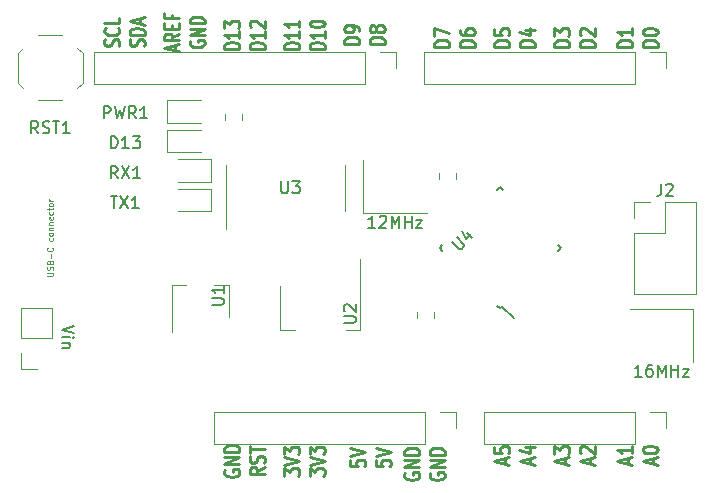
<source format=gbr>
%TF.GenerationSoftware,KiCad,Pcbnew,(5.1.2-1)-1*%
%TF.CreationDate,2020-01-20T17:34:23-08:00*%
%TF.ProjectId,Uno rev1.1,556e6f20-7265-4763-912e-312e6b696361,rev?*%
%TF.SameCoordinates,Original*%
%TF.FileFunction,Legend,Top*%
%TF.FilePolarity,Positive*%
%FSLAX46Y46*%
G04 Gerber Fmt 4.6, Leading zero omitted, Abs format (unit mm)*
G04 Created by KiCad (PCBNEW (5.1.2-1)-1) date 2020-01-20 17:34:23*
%MOMM*%
%LPD*%
G04 APERTURE LIST*
%ADD10C,0.125000*%
%ADD11C,0.228600*%
%ADD12C,0.120000*%
%ADD13C,0.150000*%
G04 APERTURE END LIST*
D10*
X14976190Y-167476190D02*
X15380952Y-167476190D01*
X15428571Y-167452380D01*
X15452380Y-167428571D01*
X15476190Y-167380952D01*
X15476190Y-167285714D01*
X15452380Y-167238095D01*
X15428571Y-167214285D01*
X15380952Y-167190476D01*
X14976190Y-167190476D01*
X15452380Y-166976190D02*
X15476190Y-166904761D01*
X15476190Y-166785714D01*
X15452380Y-166738095D01*
X15428571Y-166714285D01*
X15380952Y-166690476D01*
X15333333Y-166690476D01*
X15285714Y-166714285D01*
X15261904Y-166738095D01*
X15238095Y-166785714D01*
X15214285Y-166880952D01*
X15190476Y-166928571D01*
X15166666Y-166952380D01*
X15119047Y-166976190D01*
X15071428Y-166976190D01*
X15023809Y-166952380D01*
X15000000Y-166928571D01*
X14976190Y-166880952D01*
X14976190Y-166761904D01*
X15000000Y-166690476D01*
X15214285Y-166309523D02*
X15238095Y-166238095D01*
X15261904Y-166214285D01*
X15309523Y-166190476D01*
X15380952Y-166190476D01*
X15428571Y-166214285D01*
X15452380Y-166238095D01*
X15476190Y-166285714D01*
X15476190Y-166476190D01*
X14976190Y-166476190D01*
X14976190Y-166309523D01*
X15000000Y-166261904D01*
X15023809Y-166238095D01*
X15071428Y-166214285D01*
X15119047Y-166214285D01*
X15166666Y-166238095D01*
X15190476Y-166261904D01*
X15214285Y-166309523D01*
X15214285Y-166476190D01*
X15285714Y-165976190D02*
X15285714Y-165595238D01*
X15428571Y-165071428D02*
X15452380Y-165095238D01*
X15476190Y-165166666D01*
X15476190Y-165214285D01*
X15452380Y-165285714D01*
X15404761Y-165333333D01*
X15357142Y-165357142D01*
X15261904Y-165380952D01*
X15190476Y-165380952D01*
X15095238Y-165357142D01*
X15047619Y-165333333D01*
X15000000Y-165285714D01*
X14976190Y-165214285D01*
X14976190Y-165166666D01*
X15000000Y-165095238D01*
X15023809Y-165071428D01*
X15452380Y-164261904D02*
X15476190Y-164309523D01*
X15476190Y-164404761D01*
X15452380Y-164452380D01*
X15428571Y-164476190D01*
X15380952Y-164500000D01*
X15238095Y-164500000D01*
X15190476Y-164476190D01*
X15166666Y-164452380D01*
X15142857Y-164404761D01*
X15142857Y-164309523D01*
X15166666Y-164261904D01*
X15476190Y-163976190D02*
X15452380Y-164023809D01*
X15428571Y-164047619D01*
X15380952Y-164071428D01*
X15238095Y-164071428D01*
X15190476Y-164047619D01*
X15166666Y-164023809D01*
X15142857Y-163976190D01*
X15142857Y-163904761D01*
X15166666Y-163857142D01*
X15190476Y-163833333D01*
X15238095Y-163809523D01*
X15380952Y-163809523D01*
X15428571Y-163833333D01*
X15452380Y-163857142D01*
X15476190Y-163904761D01*
X15476190Y-163976190D01*
X15142857Y-163595238D02*
X15476190Y-163595238D01*
X15190476Y-163595238D02*
X15166666Y-163571428D01*
X15142857Y-163523809D01*
X15142857Y-163452380D01*
X15166666Y-163404761D01*
X15214285Y-163380952D01*
X15476190Y-163380952D01*
X15142857Y-163142857D02*
X15476190Y-163142857D01*
X15190476Y-163142857D02*
X15166666Y-163119047D01*
X15142857Y-163071428D01*
X15142857Y-163000000D01*
X15166666Y-162952380D01*
X15214285Y-162928571D01*
X15476190Y-162928571D01*
X15452380Y-162500000D02*
X15476190Y-162547619D01*
X15476190Y-162642857D01*
X15452380Y-162690476D01*
X15404761Y-162714285D01*
X15214285Y-162714285D01*
X15166666Y-162690476D01*
X15142857Y-162642857D01*
X15142857Y-162547619D01*
X15166666Y-162500000D01*
X15214285Y-162476190D01*
X15261904Y-162476190D01*
X15309523Y-162714285D01*
X15452380Y-162047619D02*
X15476190Y-162095238D01*
X15476190Y-162190476D01*
X15452380Y-162238095D01*
X15428571Y-162261904D01*
X15380952Y-162285714D01*
X15238095Y-162285714D01*
X15190476Y-162261904D01*
X15166666Y-162238095D01*
X15142857Y-162190476D01*
X15142857Y-162095238D01*
X15166666Y-162047619D01*
X15142857Y-161904761D02*
X15142857Y-161714285D01*
X14976190Y-161833333D02*
X15404761Y-161833333D01*
X15452380Y-161809523D01*
X15476190Y-161761904D01*
X15476190Y-161714285D01*
X15476190Y-161476190D02*
X15452380Y-161523809D01*
X15428571Y-161547619D01*
X15380952Y-161571428D01*
X15238095Y-161571428D01*
X15190476Y-161547619D01*
X15166666Y-161523809D01*
X15142857Y-161476190D01*
X15142857Y-161404761D01*
X15166666Y-161357142D01*
X15190476Y-161333333D01*
X15238095Y-161309523D01*
X15380952Y-161309523D01*
X15428571Y-161333333D01*
X15452380Y-161357142D01*
X15476190Y-161404761D01*
X15476190Y-161476190D01*
X15476190Y-161095238D02*
X15142857Y-161095238D01*
X15238095Y-161095238D02*
X15190476Y-161071428D01*
X15166666Y-161047619D01*
X15142857Y-161000000D01*
X15142857Y-160952380D01*
D11*
X25814866Y-148374704D02*
X25814866Y-147915085D01*
X26177723Y-148466628D02*
X24907723Y-148144895D01*
X26177723Y-147823161D01*
X26177723Y-146949885D02*
X25572961Y-147271619D01*
X26177723Y-147501428D02*
X24907723Y-147501428D01*
X24907723Y-147133733D01*
X24968200Y-147041809D01*
X25028676Y-146995847D01*
X25149628Y-146949885D01*
X25331057Y-146949885D01*
X25452009Y-146995847D01*
X25512485Y-147041809D01*
X25572961Y-147133733D01*
X25572961Y-147501428D01*
X25512485Y-146536228D02*
X25512485Y-146214495D01*
X26177723Y-146076609D02*
X26177723Y-146536228D01*
X24907723Y-146536228D01*
X24907723Y-146076609D01*
X25512485Y-145341219D02*
X25512485Y-145662952D01*
X26177723Y-145662952D02*
X24907723Y-145662952D01*
X24907723Y-145203333D01*
X27101800Y-147547390D02*
X27041323Y-147639314D01*
X27041323Y-147777200D01*
X27101800Y-147915085D01*
X27222752Y-148007009D01*
X27343704Y-148052971D01*
X27585609Y-148098933D01*
X27767038Y-148098933D01*
X28008942Y-148052971D01*
X28129895Y-148007009D01*
X28250847Y-147915085D01*
X28311323Y-147777200D01*
X28311323Y-147685276D01*
X28250847Y-147547390D01*
X28190371Y-147501428D01*
X27767038Y-147501428D01*
X27767038Y-147685276D01*
X28311323Y-147087771D02*
X27041323Y-147087771D01*
X28311323Y-146536228D01*
X27041323Y-146536228D01*
X28311323Y-146076609D02*
X27041323Y-146076609D01*
X27041323Y-145846800D01*
X27101800Y-145708914D01*
X27222752Y-145616990D01*
X27343704Y-145571028D01*
X27585609Y-145525066D01*
X27767038Y-145525066D01*
X28008942Y-145571028D01*
X28129895Y-145616990D01*
X28250847Y-145708914D01*
X28311323Y-145846800D01*
X28311323Y-146076609D01*
X21037247Y-148003562D02*
X21097723Y-147865676D01*
X21097723Y-147635867D01*
X21037247Y-147543943D01*
X20976771Y-147497981D01*
X20855819Y-147452019D01*
X20734866Y-147452019D01*
X20613914Y-147497981D01*
X20553438Y-147543943D01*
X20492961Y-147635867D01*
X20432485Y-147819714D01*
X20372009Y-147911638D01*
X20311533Y-147957600D01*
X20190580Y-148003562D01*
X20069628Y-148003562D01*
X19948676Y-147957600D01*
X19888200Y-147911638D01*
X19827723Y-147819714D01*
X19827723Y-147589905D01*
X19888200Y-147452019D01*
X20976771Y-146486819D02*
X21037247Y-146532781D01*
X21097723Y-146670667D01*
X21097723Y-146762590D01*
X21037247Y-146900476D01*
X20916295Y-146992400D01*
X20795342Y-147038362D01*
X20553438Y-147084324D01*
X20372009Y-147084324D01*
X20130104Y-147038362D01*
X20009152Y-146992400D01*
X19888200Y-146900476D01*
X19827723Y-146762590D01*
X19827723Y-146670667D01*
X19888200Y-146532781D01*
X19948676Y-146486819D01*
X21097723Y-145613543D02*
X21097723Y-146073162D01*
X19827723Y-146073162D01*
X23170847Y-148003562D02*
X23231323Y-147865676D01*
X23231323Y-147635867D01*
X23170847Y-147543943D01*
X23110371Y-147497981D01*
X22989419Y-147452019D01*
X22868466Y-147452019D01*
X22747514Y-147497981D01*
X22687038Y-147543943D01*
X22626561Y-147635867D01*
X22566085Y-147819714D01*
X22505609Y-147911638D01*
X22445133Y-147957600D01*
X22324180Y-148003562D01*
X22203228Y-148003562D01*
X22082276Y-147957600D01*
X22021800Y-147911638D01*
X21961323Y-147819714D01*
X21961323Y-147589905D01*
X22021800Y-147452019D01*
X23231323Y-147038362D02*
X21961323Y-147038362D01*
X21961323Y-146808552D01*
X22021800Y-146670667D01*
X22142752Y-146578743D01*
X22263704Y-146532781D01*
X22505609Y-146486819D01*
X22687038Y-146486819D01*
X22928942Y-146532781D01*
X23049895Y-146578743D01*
X23170847Y-146670667D01*
X23231323Y-146808552D01*
X23231323Y-147038362D01*
X22868466Y-146119124D02*
X22868466Y-145659505D01*
X23231323Y-146211048D02*
X21961323Y-145889314D01*
X23231323Y-145567581D01*
X49037723Y-148069904D02*
X47767723Y-148069904D01*
X47767723Y-147828000D01*
X47828200Y-147682857D01*
X47949152Y-147586095D01*
X48070104Y-147537714D01*
X48312009Y-147489333D01*
X48493438Y-147489333D01*
X48735342Y-147537714D01*
X48856295Y-147586095D01*
X48977247Y-147682857D01*
X49037723Y-147828000D01*
X49037723Y-148069904D01*
X47767723Y-147150666D02*
X47767723Y-146473333D01*
X49037723Y-146908761D01*
X51171323Y-148069904D02*
X49901323Y-148069904D01*
X49901323Y-147828000D01*
X49961800Y-147682857D01*
X50082752Y-147586095D01*
X50203704Y-147537714D01*
X50445609Y-147489333D01*
X50627038Y-147489333D01*
X50868942Y-147537714D01*
X50989895Y-147586095D01*
X51110847Y-147682857D01*
X51171323Y-147828000D01*
X51171323Y-148069904D01*
X49901323Y-146618476D02*
X49901323Y-146812000D01*
X49961800Y-146908761D01*
X50022276Y-146957142D01*
X50203704Y-147053904D01*
X50445609Y-147102285D01*
X50929419Y-147102285D01*
X51050371Y-147053904D01*
X51110847Y-147005523D01*
X51171323Y-146908761D01*
X51171323Y-146715238D01*
X51110847Y-146618476D01*
X51050371Y-146570095D01*
X50929419Y-146521714D01*
X50627038Y-146521714D01*
X50506085Y-146570095D01*
X50445609Y-146618476D01*
X50385133Y-146715238D01*
X50385133Y-146908761D01*
X50445609Y-147005523D01*
X50506085Y-147053904D01*
X50627038Y-147102285D01*
X31257723Y-148238028D02*
X29987723Y-148238028D01*
X29987723Y-148008219D01*
X30048200Y-147870333D01*
X30169152Y-147778409D01*
X30290104Y-147732447D01*
X30532009Y-147686485D01*
X30713438Y-147686485D01*
X30955342Y-147732447D01*
X31076295Y-147778409D01*
X31197247Y-147870333D01*
X31257723Y-148008219D01*
X31257723Y-148238028D01*
X31257723Y-146767247D02*
X31257723Y-147318790D01*
X31257723Y-147043019D02*
X29987723Y-147043019D01*
X30169152Y-147134942D01*
X30290104Y-147226866D01*
X30350580Y-147318790D01*
X29987723Y-146445514D02*
X29987723Y-145848009D01*
X30471533Y-146169742D01*
X30471533Y-146031857D01*
X30532009Y-145939933D01*
X30592485Y-145893971D01*
X30713438Y-145848009D01*
X31015819Y-145848009D01*
X31136771Y-145893971D01*
X31197247Y-145939933D01*
X31257723Y-146031857D01*
X31257723Y-146307628D01*
X31197247Y-146399552D01*
X31136771Y-146445514D01*
X33391323Y-148238028D02*
X32121323Y-148238028D01*
X32121323Y-148008219D01*
X32181800Y-147870333D01*
X32302752Y-147778409D01*
X32423704Y-147732447D01*
X32665609Y-147686485D01*
X32847038Y-147686485D01*
X33088942Y-147732447D01*
X33209895Y-147778409D01*
X33330847Y-147870333D01*
X33391323Y-148008219D01*
X33391323Y-148238028D01*
X33391323Y-146767247D02*
X33391323Y-147318790D01*
X33391323Y-147043019D02*
X32121323Y-147043019D01*
X32302752Y-147134942D01*
X32423704Y-147226866D01*
X32484180Y-147318790D01*
X32242276Y-146399552D02*
X32181800Y-146353590D01*
X32121323Y-146261666D01*
X32121323Y-146031857D01*
X32181800Y-145939933D01*
X32242276Y-145893971D01*
X32363228Y-145848009D01*
X32484180Y-145848009D01*
X32665609Y-145893971D01*
X33391323Y-146445514D01*
X33391323Y-145848009D01*
X36337723Y-148238028D02*
X35067723Y-148238028D01*
X35067723Y-148008219D01*
X35128200Y-147870333D01*
X35249152Y-147778409D01*
X35370104Y-147732447D01*
X35612009Y-147686485D01*
X35793438Y-147686485D01*
X36035342Y-147732447D01*
X36156295Y-147778409D01*
X36277247Y-147870333D01*
X36337723Y-148008219D01*
X36337723Y-148238028D01*
X36337723Y-146767247D02*
X36337723Y-147318790D01*
X36337723Y-147043019D02*
X35067723Y-147043019D01*
X35249152Y-147134942D01*
X35370104Y-147226866D01*
X35430580Y-147318790D01*
X36337723Y-145848009D02*
X36337723Y-146399552D01*
X36337723Y-146123780D02*
X35067723Y-146123780D01*
X35249152Y-146215704D01*
X35370104Y-146307628D01*
X35430580Y-146399552D01*
X38471323Y-148238028D02*
X37201323Y-148238028D01*
X37201323Y-148008219D01*
X37261800Y-147870333D01*
X37382752Y-147778409D01*
X37503704Y-147732447D01*
X37745609Y-147686485D01*
X37927038Y-147686485D01*
X38168942Y-147732447D01*
X38289895Y-147778409D01*
X38410847Y-147870333D01*
X38471323Y-148008219D01*
X38471323Y-148238028D01*
X38471323Y-146767247D02*
X38471323Y-147318790D01*
X38471323Y-147043019D02*
X37201323Y-147043019D01*
X37382752Y-147134942D01*
X37503704Y-147226866D01*
X37564180Y-147318790D01*
X37201323Y-146169742D02*
X37201323Y-146077819D01*
X37261800Y-145985895D01*
X37322276Y-145939933D01*
X37443228Y-145893971D01*
X37685133Y-145848009D01*
X37987514Y-145848009D01*
X38229419Y-145893971D01*
X38350371Y-145939933D01*
X38410847Y-145985895D01*
X38471323Y-146077819D01*
X38471323Y-146169742D01*
X38410847Y-146261666D01*
X38350371Y-146307628D01*
X38229419Y-146353590D01*
X37987514Y-146399552D01*
X37685133Y-146399552D01*
X37443228Y-146353590D01*
X37322276Y-146307628D01*
X37261800Y-146261666D01*
X37201323Y-146169742D01*
X41417723Y-147815904D02*
X40147723Y-147815904D01*
X40147723Y-147574000D01*
X40208200Y-147428857D01*
X40329152Y-147332095D01*
X40450104Y-147283714D01*
X40692009Y-147235333D01*
X40873438Y-147235333D01*
X41115342Y-147283714D01*
X41236295Y-147332095D01*
X41357247Y-147428857D01*
X41417723Y-147574000D01*
X41417723Y-147815904D01*
X41417723Y-146751523D02*
X41417723Y-146558000D01*
X41357247Y-146461238D01*
X41296771Y-146412857D01*
X41115342Y-146316095D01*
X40873438Y-146267714D01*
X40389628Y-146267714D01*
X40268676Y-146316095D01*
X40208200Y-146364476D01*
X40147723Y-146461238D01*
X40147723Y-146654761D01*
X40208200Y-146751523D01*
X40268676Y-146799904D01*
X40389628Y-146848285D01*
X40692009Y-146848285D01*
X40812961Y-146799904D01*
X40873438Y-146751523D01*
X40933914Y-146654761D01*
X40933914Y-146461238D01*
X40873438Y-146364476D01*
X40812961Y-146316095D01*
X40692009Y-146267714D01*
X43551323Y-147815904D02*
X42281323Y-147815904D01*
X42281323Y-147574000D01*
X42341800Y-147428857D01*
X42462752Y-147332095D01*
X42583704Y-147283714D01*
X42825609Y-147235333D01*
X43007038Y-147235333D01*
X43248942Y-147283714D01*
X43369895Y-147332095D01*
X43490847Y-147428857D01*
X43551323Y-147574000D01*
X43551323Y-147815904D01*
X42825609Y-146654761D02*
X42765133Y-146751523D01*
X42704657Y-146799904D01*
X42583704Y-146848285D01*
X42523228Y-146848285D01*
X42402276Y-146799904D01*
X42341800Y-146751523D01*
X42281323Y-146654761D01*
X42281323Y-146461238D01*
X42341800Y-146364476D01*
X42402276Y-146316095D01*
X42523228Y-146267714D01*
X42583704Y-146267714D01*
X42704657Y-146316095D01*
X42765133Y-146364476D01*
X42825609Y-146461238D01*
X42825609Y-146654761D01*
X42886085Y-146751523D01*
X42946561Y-146799904D01*
X43067514Y-146848285D01*
X43309419Y-146848285D01*
X43430371Y-146799904D01*
X43490847Y-146751523D01*
X43551323Y-146654761D01*
X43551323Y-146461238D01*
X43490847Y-146364476D01*
X43430371Y-146316095D01*
X43309419Y-146267714D01*
X43067514Y-146267714D01*
X42946561Y-146316095D01*
X42886085Y-146364476D01*
X42825609Y-146461238D01*
X54117723Y-148069904D02*
X52847723Y-148069904D01*
X52847723Y-147828000D01*
X52908200Y-147682857D01*
X53029152Y-147586095D01*
X53150104Y-147537714D01*
X53392009Y-147489333D01*
X53573438Y-147489333D01*
X53815342Y-147537714D01*
X53936295Y-147586095D01*
X54057247Y-147682857D01*
X54117723Y-147828000D01*
X54117723Y-148069904D01*
X52847723Y-146570095D02*
X52847723Y-147053904D01*
X53452485Y-147102285D01*
X53392009Y-147053904D01*
X53331533Y-146957142D01*
X53331533Y-146715238D01*
X53392009Y-146618476D01*
X53452485Y-146570095D01*
X53573438Y-146521714D01*
X53875819Y-146521714D01*
X53996771Y-146570095D01*
X54057247Y-146618476D01*
X54117723Y-146715238D01*
X54117723Y-146957142D01*
X54057247Y-147053904D01*
X53996771Y-147102285D01*
X56251323Y-148069904D02*
X54981323Y-148069904D01*
X54981323Y-147828000D01*
X55041800Y-147682857D01*
X55162752Y-147586095D01*
X55283704Y-147537714D01*
X55525609Y-147489333D01*
X55707038Y-147489333D01*
X55948942Y-147537714D01*
X56069895Y-147586095D01*
X56190847Y-147682857D01*
X56251323Y-147828000D01*
X56251323Y-148069904D01*
X55404657Y-146618476D02*
X56251323Y-146618476D01*
X54920847Y-146860380D02*
X55827990Y-147102285D01*
X55827990Y-146473333D01*
X59197723Y-148069904D02*
X57927723Y-148069904D01*
X57927723Y-147828000D01*
X57988200Y-147682857D01*
X58109152Y-147586095D01*
X58230104Y-147537714D01*
X58472009Y-147489333D01*
X58653438Y-147489333D01*
X58895342Y-147537714D01*
X59016295Y-147586095D01*
X59137247Y-147682857D01*
X59197723Y-147828000D01*
X59197723Y-148069904D01*
X57927723Y-147150666D02*
X57927723Y-146521714D01*
X58411533Y-146860380D01*
X58411533Y-146715238D01*
X58472009Y-146618476D01*
X58532485Y-146570095D01*
X58653438Y-146521714D01*
X58955819Y-146521714D01*
X59076771Y-146570095D01*
X59137247Y-146618476D01*
X59197723Y-146715238D01*
X59197723Y-147005523D01*
X59137247Y-147102285D01*
X59076771Y-147150666D01*
X61331323Y-148069904D02*
X60061323Y-148069904D01*
X60061323Y-147828000D01*
X60121800Y-147682857D01*
X60242752Y-147586095D01*
X60363704Y-147537714D01*
X60605609Y-147489333D01*
X60787038Y-147489333D01*
X61028942Y-147537714D01*
X61149895Y-147586095D01*
X61270847Y-147682857D01*
X61331323Y-147828000D01*
X61331323Y-148069904D01*
X60182276Y-147102285D02*
X60121800Y-147053904D01*
X60061323Y-146957142D01*
X60061323Y-146715238D01*
X60121800Y-146618476D01*
X60182276Y-146570095D01*
X60303228Y-146521714D01*
X60424180Y-146521714D01*
X60605609Y-146570095D01*
X61331323Y-147150666D01*
X61331323Y-146521714D01*
X64531723Y-148069904D02*
X63261723Y-148069904D01*
X63261723Y-147828000D01*
X63322200Y-147682857D01*
X63443152Y-147586095D01*
X63564104Y-147537714D01*
X63806009Y-147489333D01*
X63987438Y-147489333D01*
X64229342Y-147537714D01*
X64350295Y-147586095D01*
X64471247Y-147682857D01*
X64531723Y-147828000D01*
X64531723Y-148069904D01*
X64531723Y-146521714D02*
X64531723Y-147102285D01*
X64531723Y-146812000D02*
X63261723Y-146812000D01*
X63443152Y-146908761D01*
X63564104Y-147005523D01*
X63624580Y-147102285D01*
X66665323Y-148069904D02*
X65395323Y-148069904D01*
X65395323Y-147828000D01*
X65455800Y-147682857D01*
X65576752Y-147586095D01*
X65697704Y-147537714D01*
X65939609Y-147489333D01*
X66121038Y-147489333D01*
X66362942Y-147537714D01*
X66483895Y-147586095D01*
X66604847Y-147682857D01*
X66665323Y-147828000D01*
X66665323Y-148069904D01*
X65395323Y-146860380D02*
X65395323Y-146763619D01*
X65455800Y-146666857D01*
X65516276Y-146618476D01*
X65637228Y-146570095D01*
X65879133Y-146521714D01*
X66181514Y-146521714D01*
X66423419Y-146570095D01*
X66544371Y-146618476D01*
X66604847Y-146666857D01*
X66665323Y-146763619D01*
X66665323Y-146860380D01*
X66604847Y-146957142D01*
X66544371Y-147005523D01*
X66423419Y-147053904D01*
X66181514Y-147102285D01*
X65879133Y-147102285D01*
X65637228Y-147053904D01*
X65516276Y-147005523D01*
X65455800Y-146957142D01*
X65395323Y-146860380D01*
X53754866Y-183351714D02*
X53754866Y-182867904D01*
X54117723Y-183448476D02*
X52847723Y-183109809D01*
X54117723Y-182771142D01*
X52847723Y-181948666D02*
X52847723Y-182432476D01*
X53452485Y-182480857D01*
X53392009Y-182432476D01*
X53331533Y-182335714D01*
X53331533Y-182093809D01*
X53392009Y-181997047D01*
X53452485Y-181948666D01*
X53573438Y-181900285D01*
X53875819Y-181900285D01*
X53996771Y-181948666D01*
X54057247Y-181997047D01*
X54117723Y-182093809D01*
X54117723Y-182335714D01*
X54057247Y-182432476D01*
X53996771Y-182480857D01*
X55888466Y-183351714D02*
X55888466Y-182867904D01*
X56251323Y-183448476D02*
X54981323Y-183109809D01*
X56251323Y-182771142D01*
X55404657Y-181997047D02*
X56251323Y-181997047D01*
X54920847Y-182238952D02*
X55827990Y-182480857D01*
X55827990Y-181851904D01*
X58834866Y-183351714D02*
X58834866Y-182867904D01*
X59197723Y-183448476D02*
X57927723Y-183109809D01*
X59197723Y-182771142D01*
X57927723Y-182529238D02*
X57927723Y-181900285D01*
X58411533Y-182238952D01*
X58411533Y-182093809D01*
X58472009Y-181997047D01*
X58532485Y-181948666D01*
X58653438Y-181900285D01*
X58955819Y-181900285D01*
X59076771Y-181948666D01*
X59137247Y-181997047D01*
X59197723Y-182093809D01*
X59197723Y-182384095D01*
X59137247Y-182480857D01*
X59076771Y-182529238D01*
X60968466Y-183351714D02*
X60968466Y-182867904D01*
X61331323Y-183448476D02*
X60061323Y-183109809D01*
X61331323Y-182771142D01*
X60182276Y-182480857D02*
X60121800Y-182432476D01*
X60061323Y-182335714D01*
X60061323Y-182093809D01*
X60121800Y-181997047D01*
X60182276Y-181948666D01*
X60303228Y-181900285D01*
X60424180Y-181900285D01*
X60605609Y-181948666D01*
X61331323Y-182529238D01*
X61331323Y-181900285D01*
X64168866Y-183351714D02*
X64168866Y-182867904D01*
X64531723Y-183448476D02*
X63261723Y-183109809D01*
X64531723Y-182771142D01*
X64531723Y-181900285D02*
X64531723Y-182480857D01*
X64531723Y-182190571D02*
X63261723Y-182190571D01*
X63443152Y-182287333D01*
X63564104Y-182384095D01*
X63624580Y-182480857D01*
X66302466Y-183351714D02*
X66302466Y-182867904D01*
X66665323Y-183448476D02*
X65395323Y-183109809D01*
X66665323Y-182771142D01*
X65395323Y-182238952D02*
X65395323Y-182142190D01*
X65455800Y-182045428D01*
X65516276Y-181997047D01*
X65637228Y-181948666D01*
X65879133Y-181900285D01*
X66181514Y-181900285D01*
X66423419Y-181948666D01*
X66544371Y-181997047D01*
X66604847Y-182045428D01*
X66665323Y-182142190D01*
X66665323Y-182238952D01*
X66604847Y-182335714D01*
X66544371Y-182384095D01*
X66423419Y-182432476D01*
X66181514Y-182480857D01*
X65879133Y-182480857D01*
X65637228Y-182432476D01*
X65516276Y-182384095D01*
X65455800Y-182335714D01*
X65395323Y-182238952D01*
X30048200Y-183908095D02*
X29987723Y-184004857D01*
X29987723Y-184150000D01*
X30048200Y-184295142D01*
X30169152Y-184391904D01*
X30290104Y-184440285D01*
X30532009Y-184488666D01*
X30713438Y-184488666D01*
X30955342Y-184440285D01*
X31076295Y-184391904D01*
X31197247Y-184295142D01*
X31257723Y-184150000D01*
X31257723Y-184053238D01*
X31197247Y-183908095D01*
X31136771Y-183859714D01*
X30713438Y-183859714D01*
X30713438Y-184053238D01*
X31257723Y-183424285D02*
X29987723Y-183424285D01*
X31257723Y-182843714D01*
X29987723Y-182843714D01*
X31257723Y-182359904D02*
X29987723Y-182359904D01*
X29987723Y-182118000D01*
X30048200Y-181972857D01*
X30169152Y-181876095D01*
X30290104Y-181827714D01*
X30532009Y-181779333D01*
X30713438Y-181779333D01*
X30955342Y-181827714D01*
X31076295Y-181876095D01*
X31197247Y-181972857D01*
X31257723Y-182118000D01*
X31257723Y-182359904D01*
X33391323Y-183690380D02*
X32786561Y-184029047D01*
X33391323Y-184270952D02*
X32121323Y-184270952D01*
X32121323Y-183883904D01*
X32181800Y-183787142D01*
X32242276Y-183738761D01*
X32363228Y-183690380D01*
X32544657Y-183690380D01*
X32665609Y-183738761D01*
X32726085Y-183787142D01*
X32786561Y-183883904D01*
X32786561Y-184270952D01*
X33330847Y-183303333D02*
X33391323Y-183158190D01*
X33391323Y-182916285D01*
X33330847Y-182819523D01*
X33270371Y-182771142D01*
X33149419Y-182722761D01*
X33028466Y-182722761D01*
X32907514Y-182771142D01*
X32847038Y-182819523D01*
X32786561Y-182916285D01*
X32726085Y-183109809D01*
X32665609Y-183206571D01*
X32605133Y-183254952D01*
X32484180Y-183303333D01*
X32363228Y-183303333D01*
X32242276Y-183254952D01*
X32181800Y-183206571D01*
X32121323Y-183109809D01*
X32121323Y-182867904D01*
X32181800Y-182722761D01*
X32121323Y-182432476D02*
X32121323Y-181851904D01*
X33391323Y-182142190D02*
X32121323Y-182142190D01*
X35067723Y-184391904D02*
X35067723Y-183762952D01*
X35551533Y-184101619D01*
X35551533Y-183956476D01*
X35612009Y-183859714D01*
X35672485Y-183811333D01*
X35793438Y-183762952D01*
X36095819Y-183762952D01*
X36216771Y-183811333D01*
X36277247Y-183859714D01*
X36337723Y-183956476D01*
X36337723Y-184246761D01*
X36277247Y-184343523D01*
X36216771Y-184391904D01*
X35067723Y-183472666D02*
X36337723Y-183134000D01*
X35067723Y-182795333D01*
X35067723Y-182553428D02*
X35067723Y-181924476D01*
X35551533Y-182263142D01*
X35551533Y-182118000D01*
X35612009Y-182021238D01*
X35672485Y-181972857D01*
X35793438Y-181924476D01*
X36095819Y-181924476D01*
X36216771Y-181972857D01*
X36277247Y-182021238D01*
X36337723Y-182118000D01*
X36337723Y-182408285D01*
X36277247Y-182505047D01*
X36216771Y-182553428D01*
X37201323Y-184391904D02*
X37201323Y-183762952D01*
X37685133Y-184101619D01*
X37685133Y-183956476D01*
X37745609Y-183859714D01*
X37806085Y-183811333D01*
X37927038Y-183762952D01*
X38229419Y-183762952D01*
X38350371Y-183811333D01*
X38410847Y-183859714D01*
X38471323Y-183956476D01*
X38471323Y-184246761D01*
X38410847Y-184343523D01*
X38350371Y-184391904D01*
X37201323Y-183472666D02*
X38471323Y-183134000D01*
X37201323Y-182795333D01*
X37201323Y-182553428D02*
X37201323Y-181924476D01*
X37685133Y-182263142D01*
X37685133Y-182118000D01*
X37745609Y-182021238D01*
X37806085Y-181972857D01*
X37927038Y-181924476D01*
X38229419Y-181924476D01*
X38350371Y-181972857D01*
X38410847Y-182021238D01*
X38471323Y-182118000D01*
X38471323Y-182408285D01*
X38410847Y-182505047D01*
X38350371Y-182553428D01*
X40655723Y-183073523D02*
X40655723Y-183557333D01*
X41260485Y-183605714D01*
X41200009Y-183557333D01*
X41139533Y-183460571D01*
X41139533Y-183218666D01*
X41200009Y-183121904D01*
X41260485Y-183073523D01*
X41381438Y-183025142D01*
X41683819Y-183025142D01*
X41804771Y-183073523D01*
X41865247Y-183121904D01*
X41925723Y-183218666D01*
X41925723Y-183460571D01*
X41865247Y-183557333D01*
X41804771Y-183605714D01*
X40655723Y-182734857D02*
X41925723Y-182396190D01*
X40655723Y-182057523D01*
X42789323Y-183073523D02*
X42789323Y-183557333D01*
X43394085Y-183605714D01*
X43333609Y-183557333D01*
X43273133Y-183460571D01*
X43273133Y-183218666D01*
X43333609Y-183121904D01*
X43394085Y-183073523D01*
X43515038Y-183025142D01*
X43817419Y-183025142D01*
X43938371Y-183073523D01*
X43998847Y-183121904D01*
X44059323Y-183218666D01*
X44059323Y-183460571D01*
X43998847Y-183557333D01*
X43938371Y-183605714D01*
X42789323Y-182734857D02*
X44059323Y-182396190D01*
X42789323Y-182057523D01*
X45288200Y-184162095D02*
X45227723Y-184258857D01*
X45227723Y-184404000D01*
X45288200Y-184549142D01*
X45409152Y-184645904D01*
X45530104Y-184694285D01*
X45772009Y-184742666D01*
X45953438Y-184742666D01*
X46195342Y-184694285D01*
X46316295Y-184645904D01*
X46437247Y-184549142D01*
X46497723Y-184404000D01*
X46497723Y-184307238D01*
X46437247Y-184162095D01*
X46376771Y-184113714D01*
X45953438Y-184113714D01*
X45953438Y-184307238D01*
X46497723Y-183678285D02*
X45227723Y-183678285D01*
X46497723Y-183097714D01*
X45227723Y-183097714D01*
X46497723Y-182613904D02*
X45227723Y-182613904D01*
X45227723Y-182372000D01*
X45288200Y-182226857D01*
X45409152Y-182130095D01*
X45530104Y-182081714D01*
X45772009Y-182033333D01*
X45953438Y-182033333D01*
X46195342Y-182081714D01*
X46316295Y-182130095D01*
X46437247Y-182226857D01*
X46497723Y-182372000D01*
X46497723Y-182613904D01*
X47421800Y-184162095D02*
X47361323Y-184258857D01*
X47361323Y-184404000D01*
X47421800Y-184549142D01*
X47542752Y-184645904D01*
X47663704Y-184694285D01*
X47905609Y-184742666D01*
X48087038Y-184742666D01*
X48328942Y-184694285D01*
X48449895Y-184645904D01*
X48570847Y-184549142D01*
X48631323Y-184404000D01*
X48631323Y-184307238D01*
X48570847Y-184162095D01*
X48510371Y-184113714D01*
X48087038Y-184113714D01*
X48087038Y-184307238D01*
X48631323Y-183678285D02*
X47361323Y-183678285D01*
X48631323Y-183097714D01*
X47361323Y-183097714D01*
X48631323Y-182613904D02*
X47361323Y-182613904D01*
X47361323Y-182372000D01*
X47421800Y-182226857D01*
X47542752Y-182130095D01*
X47663704Y-182081714D01*
X47905609Y-182033333D01*
X48087038Y-182033333D01*
X48328942Y-182081714D01*
X48449895Y-182130095D01*
X48570847Y-182226857D01*
X48631323Y-182372000D01*
X48631323Y-182613904D01*
D12*
%TO.C,Y2*%
X41750000Y-157640000D02*
X41750000Y-162140000D01*
X41750000Y-162140000D02*
X47150000Y-162140000D01*
%TO.C,16MHz*%
X69700000Y-170250000D02*
X64300000Y-170250000D01*
X69700000Y-174750000D02*
X69700000Y-170250000D01*
%TO.C,J6*%
X14100000Y-175370000D02*
X12770000Y-175370000D01*
X12770000Y-175370000D02*
X12770000Y-174040000D01*
X12770000Y-172770000D02*
X12770000Y-170170000D01*
X15430000Y-170170000D02*
X12770000Y-170170000D01*
X15430000Y-172770000D02*
X15430000Y-170170000D01*
X15430000Y-172770000D02*
X12770000Y-172770000D01*
%TO.C,J1*%
X29150000Y-179010000D02*
X29150000Y-181670000D01*
X46990000Y-179010000D02*
X29150000Y-179010000D01*
X46990000Y-181670000D02*
X29150000Y-181670000D01*
X46990000Y-179010000D02*
X46990000Y-181670000D01*
X48260000Y-179010000D02*
X49590000Y-179010000D01*
X49590000Y-179010000D02*
X49590000Y-180340000D01*
%TO.C,J2*%
X64710000Y-168970000D02*
X69910000Y-168970000D01*
X64710000Y-163830000D02*
X64710000Y-168970000D01*
X69910000Y-161230000D02*
X69910000Y-168970000D01*
X64710000Y-163830000D02*
X67310000Y-163830000D01*
X67310000Y-163830000D02*
X67310000Y-161230000D01*
X67310000Y-161230000D02*
X69910000Y-161230000D01*
X64710000Y-162560000D02*
X64710000Y-161230000D01*
X64710000Y-161230000D02*
X66040000Y-161230000D01*
%TO.C,J3*%
X18990000Y-148530000D02*
X18990000Y-151190000D01*
X41910000Y-148530000D02*
X18990000Y-148530000D01*
X41910000Y-151190000D02*
X18990000Y-151190000D01*
X41910000Y-148530000D02*
X41910000Y-151190000D01*
X43180000Y-148530000D02*
X44510000Y-148530000D01*
X44510000Y-148530000D02*
X44510000Y-149860000D01*
%TO.C,J4*%
X52010000Y-179010000D02*
X52010000Y-181670000D01*
X64770000Y-179010000D02*
X52010000Y-179010000D01*
X64770000Y-181670000D02*
X52010000Y-181670000D01*
X64770000Y-179010000D02*
X64770000Y-181670000D01*
X66040000Y-179010000D02*
X67370000Y-179010000D01*
X67370000Y-179010000D02*
X67370000Y-180340000D01*
%TO.C,J5*%
X46930000Y-148530000D02*
X46930000Y-151190000D01*
X64770000Y-148530000D02*
X46930000Y-148530000D01*
X64770000Y-151190000D02*
X46930000Y-151190000D01*
X64770000Y-148530000D02*
X64770000Y-151190000D01*
X66040000Y-148530000D02*
X67370000Y-148530000D01*
X67370000Y-148530000D02*
X67370000Y-149860000D01*
%TO.C,R1*%
X46280000Y-171039252D02*
X46280000Y-170516748D01*
X47700000Y-171039252D02*
X47700000Y-170516748D01*
%TO.C,RST1*%
X17540000Y-151560000D02*
X17990000Y-151110000D01*
X17540000Y-148160000D02*
X17990000Y-148610000D01*
X12940000Y-148160000D02*
X12490000Y-148610000D01*
X12940000Y-151560000D02*
X12490000Y-151110000D01*
X14240000Y-147110000D02*
X16240000Y-147110000D01*
X17990000Y-151110000D02*
X17990000Y-148610000D01*
X14240000Y-152610000D02*
X16240000Y-152610000D01*
X12490000Y-151110000D02*
X12490000Y-148610000D01*
%TO.C,U1*%
X29140000Y-168221000D02*
X30340000Y-168221000D01*
X30340000Y-168221000D02*
X30340000Y-170921000D01*
X25540000Y-172221000D02*
X25540000Y-168221000D01*
X25540000Y-168221000D02*
X26740000Y-168221000D01*
%TO.C,U2*%
X34690000Y-172090000D02*
X35950000Y-172090000D01*
X41510000Y-172090000D02*
X40250000Y-172090000D01*
X34690000Y-168330000D02*
X34690000Y-172090000D01*
X41510000Y-166080000D02*
X41510000Y-172090000D01*
%TO.C,U3*%
X40239000Y-160015000D02*
X40239000Y-158065000D01*
X40239000Y-160015000D02*
X40239000Y-161965000D01*
X30119000Y-160015000D02*
X30119000Y-158065000D01*
X30119000Y-160015000D02*
X30119000Y-163465000D01*
D13*
%TO.C,U4*%
X53340000Y-170226524D02*
X53499099Y-170067425D01*
X48213476Y-165100000D02*
X48443286Y-164870190D01*
X53340000Y-159973476D02*
X53110190Y-160203286D01*
X58466524Y-165100000D02*
X58236714Y-165329810D01*
X53340000Y-170226524D02*
X53110190Y-169996714D01*
X58466524Y-165100000D02*
X58236714Y-164870190D01*
X53340000Y-159973476D02*
X53569810Y-160203286D01*
X48213476Y-165100000D02*
X48443286Y-165329810D01*
X53499099Y-170067425D02*
X54506726Y-171075052D01*
D12*
%TO.C,D13*%
X28016600Y-155080000D02*
X25156600Y-155080000D01*
X25156600Y-155080000D02*
X25156600Y-157000000D01*
X25156600Y-157000000D02*
X28016600Y-157000000D01*
%TO.C,PWR1*%
X27991200Y-152580000D02*
X25131200Y-152580000D01*
X25131200Y-152580000D02*
X25131200Y-154500000D01*
X25131200Y-154500000D02*
X27991200Y-154500000D01*
%TO.C,C7*%
X31444000Y-153780748D02*
X31444000Y-154303252D01*
X30024000Y-153780748D02*
X30024000Y-154303252D01*
%TO.C,C13*%
X49605000Y-158742748D02*
X49605000Y-159265252D01*
X48185000Y-158742748D02*
X48185000Y-159265252D01*
%TO.C,TX1*%
X26025000Y-162000000D02*
X28885000Y-162000000D01*
X28885000Y-162000000D02*
X28885000Y-160080000D01*
X28885000Y-160080000D02*
X26025000Y-160080000D01*
%TO.C,RX1*%
X26025000Y-159500000D02*
X28885000Y-159500000D01*
X28885000Y-159500000D02*
X28885000Y-157580000D01*
X28885000Y-157580000D02*
X26025000Y-157580000D01*
%TO.C,Y2*%
D13*
X42759523Y-163392380D02*
X42188095Y-163392380D01*
X42473809Y-163392380D02*
X42473809Y-162392380D01*
X42378571Y-162535238D01*
X42283333Y-162630476D01*
X42188095Y-162678095D01*
X43140476Y-162487619D02*
X43188095Y-162440000D01*
X43283333Y-162392380D01*
X43521428Y-162392380D01*
X43616666Y-162440000D01*
X43664285Y-162487619D01*
X43711904Y-162582857D01*
X43711904Y-162678095D01*
X43664285Y-162820952D01*
X43092857Y-163392380D01*
X43711904Y-163392380D01*
X44140476Y-163392380D02*
X44140476Y-162392380D01*
X44473809Y-163106666D01*
X44807142Y-162392380D01*
X44807142Y-163392380D01*
X45283333Y-163392380D02*
X45283333Y-162392380D01*
X45283333Y-162868571D02*
X45854761Y-162868571D01*
X45854761Y-163392380D02*
X45854761Y-162392380D01*
X46235714Y-162725714D02*
X46759523Y-162725714D01*
X46235714Y-163392380D01*
X46759523Y-163392380D01*
%TO.C,16MHz*%
X65309523Y-176002380D02*
X64738095Y-176002380D01*
X65023809Y-176002380D02*
X65023809Y-175002380D01*
X64928571Y-175145238D01*
X64833333Y-175240476D01*
X64738095Y-175288095D01*
X66166666Y-175002380D02*
X65976190Y-175002380D01*
X65880952Y-175050000D01*
X65833333Y-175097619D01*
X65738095Y-175240476D01*
X65690476Y-175430952D01*
X65690476Y-175811904D01*
X65738095Y-175907142D01*
X65785714Y-175954761D01*
X65880952Y-176002380D01*
X66071428Y-176002380D01*
X66166666Y-175954761D01*
X66214285Y-175907142D01*
X66261904Y-175811904D01*
X66261904Y-175573809D01*
X66214285Y-175478571D01*
X66166666Y-175430952D01*
X66071428Y-175383333D01*
X65880952Y-175383333D01*
X65785714Y-175430952D01*
X65738095Y-175478571D01*
X65690476Y-175573809D01*
X66690476Y-176002380D02*
X66690476Y-175002380D01*
X67023809Y-175716666D01*
X67357142Y-175002380D01*
X67357142Y-176002380D01*
X67833333Y-176002380D02*
X67833333Y-175002380D01*
X67833333Y-175478571D02*
X68404761Y-175478571D01*
X68404761Y-176002380D02*
X68404761Y-175002380D01*
X68785714Y-175335714D02*
X69309523Y-175335714D01*
X68785714Y-176002380D01*
X69309523Y-176002380D01*
%TO.C,J6*%
X17247619Y-171676190D02*
X16247619Y-172009523D01*
X17247619Y-172342857D01*
X16247619Y-172676190D02*
X16914285Y-172676190D01*
X17247619Y-172676190D02*
X17200000Y-172628571D01*
X17152380Y-172676190D01*
X17200000Y-172723809D01*
X17247619Y-172676190D01*
X17152380Y-172676190D01*
X16914285Y-173152380D02*
X16247619Y-173152380D01*
X16819047Y-173152380D02*
X16866666Y-173200000D01*
X16914285Y-173295238D01*
X16914285Y-173438095D01*
X16866666Y-173533333D01*
X16771428Y-173580952D01*
X16247619Y-173580952D01*
%TO.C,J2*%
X66976666Y-159682380D02*
X66976666Y-160396666D01*
X66929047Y-160539523D01*
X66833809Y-160634761D01*
X66690952Y-160682380D01*
X66595714Y-160682380D01*
X67405238Y-159777619D02*
X67452857Y-159730000D01*
X67548095Y-159682380D01*
X67786190Y-159682380D01*
X67881428Y-159730000D01*
X67929047Y-159777619D01*
X67976666Y-159872857D01*
X67976666Y-159968095D01*
X67929047Y-160110952D01*
X67357619Y-160682380D01*
X67976666Y-160682380D01*
%TO.C,RST1*%
X14216190Y-155392380D02*
X13882857Y-154916190D01*
X13644761Y-155392380D02*
X13644761Y-154392380D01*
X14025714Y-154392380D01*
X14120952Y-154440000D01*
X14168571Y-154487619D01*
X14216190Y-154582857D01*
X14216190Y-154725714D01*
X14168571Y-154820952D01*
X14120952Y-154868571D01*
X14025714Y-154916190D01*
X13644761Y-154916190D01*
X14597142Y-155344761D02*
X14740000Y-155392380D01*
X14978095Y-155392380D01*
X15073333Y-155344761D01*
X15120952Y-155297142D01*
X15168571Y-155201904D01*
X15168571Y-155106666D01*
X15120952Y-155011428D01*
X15073333Y-154963809D01*
X14978095Y-154916190D01*
X14787619Y-154868571D01*
X14692380Y-154820952D01*
X14644761Y-154773333D01*
X14597142Y-154678095D01*
X14597142Y-154582857D01*
X14644761Y-154487619D01*
X14692380Y-154440000D01*
X14787619Y-154392380D01*
X15025714Y-154392380D01*
X15168571Y-154440000D01*
X15454285Y-154392380D02*
X16025714Y-154392380D01*
X15740000Y-155392380D02*
X15740000Y-154392380D01*
X16882857Y-155392380D02*
X16311428Y-155392380D01*
X16597142Y-155392380D02*
X16597142Y-154392380D01*
X16501904Y-154535238D01*
X16406666Y-154630476D01*
X16311428Y-154678095D01*
%TO.C,U1*%
X28916380Y-169925904D02*
X29725904Y-169925904D01*
X29821142Y-169878285D01*
X29868761Y-169830666D01*
X29916380Y-169735428D01*
X29916380Y-169544952D01*
X29868761Y-169449714D01*
X29821142Y-169402095D01*
X29725904Y-169354476D01*
X28916380Y-169354476D01*
X29916380Y-168354476D02*
X29916380Y-168925904D01*
X29916380Y-168640190D02*
X28916380Y-168640190D01*
X29059238Y-168735428D01*
X29154476Y-168830666D01*
X29202095Y-168925904D01*
%TO.C,U2*%
X40092380Y-171449904D02*
X40901904Y-171449904D01*
X40997142Y-171402285D01*
X41044761Y-171354666D01*
X41092380Y-171259428D01*
X41092380Y-171068952D01*
X41044761Y-170973714D01*
X40997142Y-170926095D01*
X40901904Y-170878476D01*
X40092380Y-170878476D01*
X40187619Y-170449904D02*
X40140000Y-170402285D01*
X40092380Y-170307047D01*
X40092380Y-170068952D01*
X40140000Y-169973714D01*
X40187619Y-169926095D01*
X40282857Y-169878476D01*
X40378095Y-169878476D01*
X40520952Y-169926095D01*
X41092380Y-170497523D01*
X41092380Y-169878476D01*
%TO.C,U3*%
X34798095Y-159467380D02*
X34798095Y-160276904D01*
X34845714Y-160372142D01*
X34893333Y-160419761D01*
X34988571Y-160467380D01*
X35179047Y-160467380D01*
X35274285Y-160419761D01*
X35321904Y-160372142D01*
X35369523Y-160276904D01*
X35369523Y-159467380D01*
X35750476Y-159467380D02*
X36369523Y-159467380D01*
X36036190Y-159848333D01*
X36179047Y-159848333D01*
X36274285Y-159895952D01*
X36321904Y-159943571D01*
X36369523Y-160038809D01*
X36369523Y-160276904D01*
X36321904Y-160372142D01*
X36274285Y-160419761D01*
X36179047Y-160467380D01*
X35893333Y-160467380D01*
X35798095Y-160419761D01*
X35750476Y-160372142D01*
%TO.C,U4*%
X49239026Y-164616522D02*
X49811446Y-165188942D01*
X49912461Y-165222614D01*
X49979805Y-165222614D01*
X50080820Y-165188942D01*
X50215507Y-165054255D01*
X50249179Y-164953240D01*
X50249179Y-164885896D01*
X50215507Y-164784881D01*
X49643087Y-164212461D01*
X50518553Y-163808400D02*
X50989957Y-164279805D01*
X50080820Y-163707385D02*
X50417538Y-164380820D01*
X50855270Y-163943087D01*
%TO.C,D13*%
X20375714Y-156662380D02*
X20375714Y-155662380D01*
X20613809Y-155662380D01*
X20756666Y-155710000D01*
X20851904Y-155805238D01*
X20899523Y-155900476D01*
X20947142Y-156090952D01*
X20947142Y-156233809D01*
X20899523Y-156424285D01*
X20851904Y-156519523D01*
X20756666Y-156614761D01*
X20613809Y-156662380D01*
X20375714Y-156662380D01*
X21899523Y-156662380D02*
X21328095Y-156662380D01*
X21613809Y-156662380D02*
X21613809Y-155662380D01*
X21518571Y-155805238D01*
X21423333Y-155900476D01*
X21328095Y-155948095D01*
X22232857Y-155662380D02*
X22851904Y-155662380D01*
X22518571Y-156043333D01*
X22661428Y-156043333D01*
X22756666Y-156090952D01*
X22804285Y-156138571D01*
X22851904Y-156233809D01*
X22851904Y-156471904D01*
X22804285Y-156567142D01*
X22756666Y-156614761D01*
X22661428Y-156662380D01*
X22375714Y-156662380D01*
X22280476Y-156614761D01*
X22232857Y-156567142D01*
%TO.C,PWR1*%
X19780476Y-154122380D02*
X19780476Y-153122380D01*
X20161428Y-153122380D01*
X20256666Y-153170000D01*
X20304285Y-153217619D01*
X20351904Y-153312857D01*
X20351904Y-153455714D01*
X20304285Y-153550952D01*
X20256666Y-153598571D01*
X20161428Y-153646190D01*
X19780476Y-153646190D01*
X20685238Y-153122380D02*
X20923333Y-154122380D01*
X21113809Y-153408095D01*
X21304285Y-154122380D01*
X21542380Y-153122380D01*
X22494761Y-154122380D02*
X22161428Y-153646190D01*
X21923333Y-154122380D02*
X21923333Y-153122380D01*
X22304285Y-153122380D01*
X22399523Y-153170000D01*
X22447142Y-153217619D01*
X22494761Y-153312857D01*
X22494761Y-153455714D01*
X22447142Y-153550952D01*
X22399523Y-153598571D01*
X22304285Y-153646190D01*
X21923333Y-153646190D01*
X23447142Y-154122380D02*
X22875714Y-154122380D01*
X23161428Y-154122380D02*
X23161428Y-153122380D01*
X23066190Y-153265238D01*
X22970952Y-153360476D01*
X22875714Y-153408095D01*
%TO.C,TX1*%
X20351904Y-160742380D02*
X20923333Y-160742380D01*
X20637619Y-161742380D02*
X20637619Y-160742380D01*
X21161428Y-160742380D02*
X21828095Y-161742380D01*
X21828095Y-160742380D02*
X21161428Y-161742380D01*
X22732857Y-161742380D02*
X22161428Y-161742380D01*
X22447142Y-161742380D02*
X22447142Y-160742380D01*
X22351904Y-160885238D01*
X22256666Y-160980476D01*
X22161428Y-161028095D01*
%TO.C,RX1*%
X20947142Y-159202380D02*
X20613809Y-158726190D01*
X20375714Y-159202380D02*
X20375714Y-158202380D01*
X20756666Y-158202380D01*
X20851904Y-158250000D01*
X20899523Y-158297619D01*
X20947142Y-158392857D01*
X20947142Y-158535714D01*
X20899523Y-158630952D01*
X20851904Y-158678571D01*
X20756666Y-158726190D01*
X20375714Y-158726190D01*
X21280476Y-158202380D02*
X21947142Y-159202380D01*
X21947142Y-158202380D02*
X21280476Y-159202380D01*
X22851904Y-159202380D02*
X22280476Y-159202380D01*
X22566190Y-159202380D02*
X22566190Y-158202380D01*
X22470952Y-158345238D01*
X22375714Y-158440476D01*
X22280476Y-158488095D01*
%TD*%
M02*

</source>
